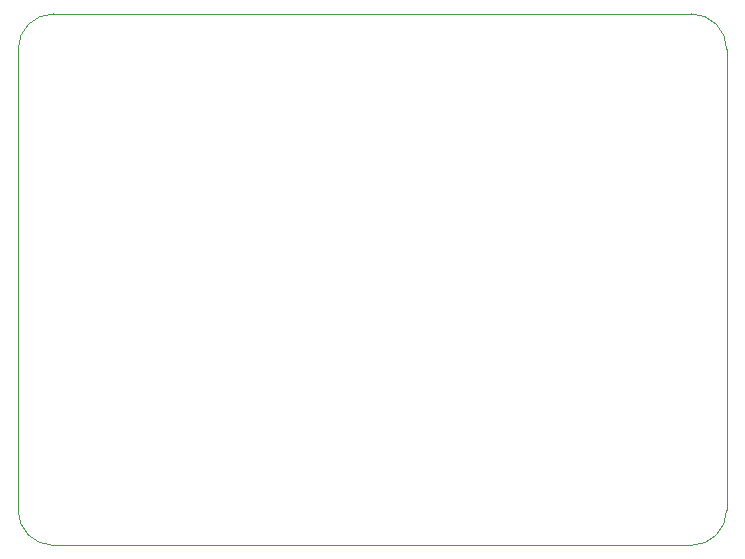
<source format=gbr>
%TF.GenerationSoftware,KiCad,Pcbnew,9.0.3*%
%TF.CreationDate,2025-07-23T13:55:41+02:00*%
%TF.ProjectId,LoRa_Project,4c6f5261-5f50-4726-9f6a-6563742e6b69,rev?*%
%TF.SameCoordinates,Original*%
%TF.FileFunction,Profile,NP*%
%FSLAX46Y46*%
G04 Gerber Fmt 4.6, Leading zero omitted, Abs format (unit mm)*
G04 Created by KiCad (PCBNEW 9.0.3) date 2025-07-23 13:55:41*
%MOMM*%
%LPD*%
G01*
G04 APERTURE LIST*
%TA.AperFunction,Profile*%
%ADD10C,0.050000*%
%TD*%
G04 APERTURE END LIST*
D10*
X190000000Y-55000000D02*
X190000000Y-94000000D01*
X193000000Y-97000000D02*
X247000000Y-97000000D01*
X193000000Y-97000000D02*
G75*
G02*
X190000000Y-94000000I0J3000000D01*
G01*
X247000000Y-52000000D02*
G75*
G02*
X250000000Y-55000000I0J-3000000D01*
G01*
X190000000Y-55000000D02*
G75*
G02*
X193000000Y-52000000I3000000J0D01*
G01*
X250000000Y-94000000D02*
G75*
G02*
X247000000Y-97000000I-3000000J0D01*
G01*
X193000000Y-52000000D02*
X247000000Y-52000000D01*
X250000000Y-94000000D02*
X250000000Y-55000000D01*
M02*

</source>
